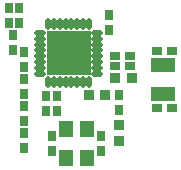
<source format=gts>
%FSLAX24Y24*%
%MOIN*%
G70*
G01*
G75*
G04 Layer_Color=8388736*
%ADD10C,0.0080*%
%ADD11R,0.0300X0.0300*%
%ADD12R,0.0200X0.0250*%
%ADD13R,0.0300X0.0300*%
%ADD14R,0.0250X0.0200*%
%ADD15O,0.0118X0.0335*%
%ADD16O,0.0335X0.0118*%
%ADD17R,0.1457X0.1457*%
%ADD18R,0.0433X0.0472*%
%ADD19R,0.0709X0.0394*%
%ADD20C,0.0100*%
%ADD21C,0.0060*%
%ADD22C,0.0300*%
%ADD23C,0.0320*%
%ADD24C,0.0240*%
%ADD25C,0.0098*%
%ADD26C,0.0050*%
%ADD27C,0.0079*%
%ADD28C,0.0043*%
%ADD29C,0.0030*%
%ADD30R,0.0380X0.0380*%
%ADD31R,0.0280X0.0330*%
%ADD32R,0.0380X0.0380*%
%ADD33R,0.0330X0.0280*%
%ADD34O,0.0178X0.0395*%
%ADD35O,0.0395X0.0178*%
%ADD36R,0.0513X0.0552*%
%ADD37R,0.0789X0.0474*%
D17*
X3205Y4146D02*
D03*
D30*
X3893Y2746D02*
D03*
X4433Y2746D02*
D03*
X5310Y3316D02*
D03*
X4770Y3316D02*
D03*
D31*
X4883Y2746D02*
D03*
X4883Y2246D02*
D03*
X4555Y5416D02*
D03*
X4555Y4916D02*
D03*
X2451Y2232D02*
D03*
X2451Y2732D02*
D03*
X1705Y2796D02*
D03*
X1705Y3296D02*
D03*
X1355Y4246D02*
D03*
X1355Y4746D02*
D03*
X1705Y3696D02*
D03*
X1705Y4196D02*
D03*
X1705Y996D02*
D03*
X1705Y1496D02*
D03*
X1705Y2396D02*
D03*
X1705Y1896D02*
D03*
X2831Y2226D02*
D03*
X2831Y2726D02*
D03*
X1205Y5146D02*
D03*
X1205Y5646D02*
D03*
X1555Y5146D02*
D03*
X1555Y5646D02*
D03*
X2670Y1393D02*
D03*
X2670Y893D02*
D03*
X4280Y883D02*
D03*
X4280Y1383D02*
D03*
D32*
X4883Y1226D02*
D03*
X4883Y1766D02*
D03*
D33*
X4761Y3716D02*
D03*
X5261Y3716D02*
D03*
X6651Y2336D02*
D03*
X6151Y2336D02*
D03*
X6161Y4216D02*
D03*
X6661Y4216D02*
D03*
X4761Y4056D02*
D03*
X5261Y4056D02*
D03*
D34*
X3894Y3181D02*
D03*
X3697Y3181D02*
D03*
X3500Y3181D02*
D03*
X3303Y3181D02*
D03*
X3107Y3181D02*
D03*
X2910Y3181D02*
D03*
X2713Y3181D02*
D03*
X2516Y3181D02*
D03*
X2516Y5111D02*
D03*
X2713Y5111D02*
D03*
X2910Y5111D02*
D03*
X3107Y5111D02*
D03*
X3303Y5111D02*
D03*
X3500Y5111D02*
D03*
X3697Y5111D02*
D03*
X3894Y5111D02*
D03*
D35*
X2240Y3457D02*
D03*
X2240Y3654D02*
D03*
X2240Y3851D02*
D03*
X2240Y4048D02*
D03*
X2240Y4244D02*
D03*
X2240Y4441D02*
D03*
X2240Y4638D02*
D03*
X2240Y4835D02*
D03*
X4170Y4835D02*
D03*
X4170Y4638D02*
D03*
X4170Y4441D02*
D03*
X4170Y4244D02*
D03*
X4170Y4048D02*
D03*
X4170Y3851D02*
D03*
X4170Y3654D02*
D03*
X4170Y3457D02*
D03*
D36*
X3831Y1610D02*
D03*
X3131Y1610D02*
D03*
X3831Y670D02*
D03*
X3129Y670D02*
D03*
D37*
X6361Y3772D02*
D03*
X6361Y2788D02*
D03*
M02*

</source>
